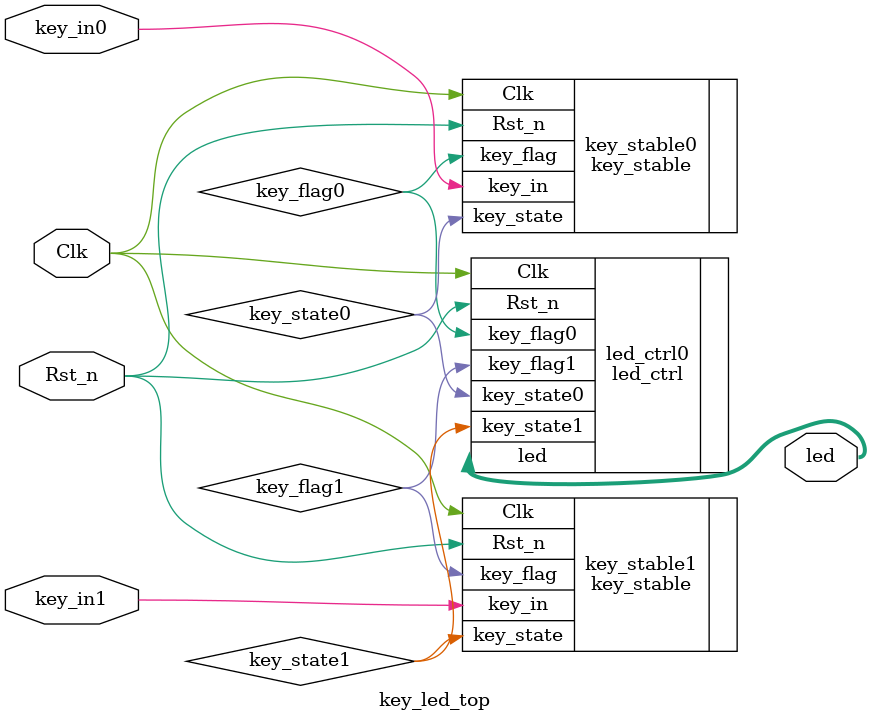
<source format=v>
module key_led_top(Clk, Rst_n, key_in0, key_in1, led);
	
	input Clk;
	input Rst_n;
	input key_in0, key_in1;
	
	output [3:0] led;
	
	wire key_flag0, key_flag1;
	wire key_state0, key_state1;
	
	key_stable key_stable0(
		.Clk(Clk),
		.Rst_n(Rst_n),
		.key_in(key_in0),
		.key_flag(key_flag0),
		.key_state(key_state0)
	);

	key_stable key_stable1(
		.Clk(Clk),
		.Rst_n(Rst_n),
		.key_in(key_in1),
		.key_flag(key_flag1),
		.key_state(key_state1)
	);	
	
	led_ctrl led_ctrl0(
		.Clk(Clk),
		.Rst_n(Rst_n),
		.key_flag0(key_flag0),
		.key_state0(key_state0),
		.key_flag1(key_flag1),
		.key_state1(key_state1),
		.led(led)
	);
	
endmodule

</source>
